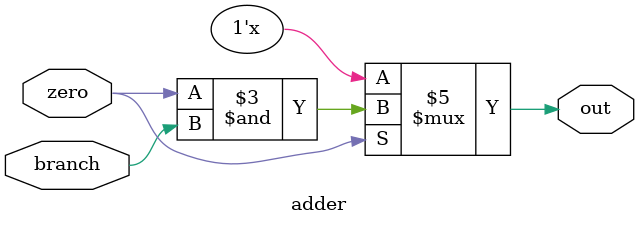
<source format=v>
`timescale 1ns / 1ps
module adder(
	zero,
	branch,
	out
    );
	
	input zero;
	input branch;
	output reg out;
	
	always@(*)
	begin
	
	if(zero == 1)
	begin
		out = zero & branch;
	end

	end
	
endmodule

</source>
